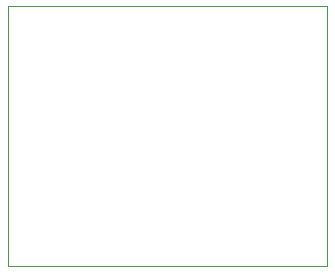
<source format=gbr>
G04 #@! TF.GenerationSoftware,KiCad,Pcbnew,(5.1.4)-1*
G04 #@! TF.CreationDate,2021-03-01T17:54:04+03:00*
G04 #@! TF.ProjectId,FPGA_Prog_Adapter,46504741-5f50-4726-9f67-5f4164617074,rev?*
G04 #@! TF.SameCoordinates,Original*
G04 #@! TF.FileFunction,Profile,NP*
%FSLAX46Y46*%
G04 Gerber Fmt 4.6, Leading zero omitted, Abs format (unit mm)*
G04 Created by KiCad (PCBNEW (5.1.4)-1) date 2021-03-01 17:54:04*
%MOMM*%
%LPD*%
G04 APERTURE LIST*
%ADD10C,0.050000*%
G04 APERTURE END LIST*
D10*
X116000000Y-95000000D02*
X116000000Y-73000000D01*
X143000000Y-95000000D02*
X116000000Y-95000000D01*
X143000000Y-73000000D02*
X143000000Y-95000000D01*
X116000000Y-73000000D02*
X143000000Y-73000000D01*
M02*

</source>
